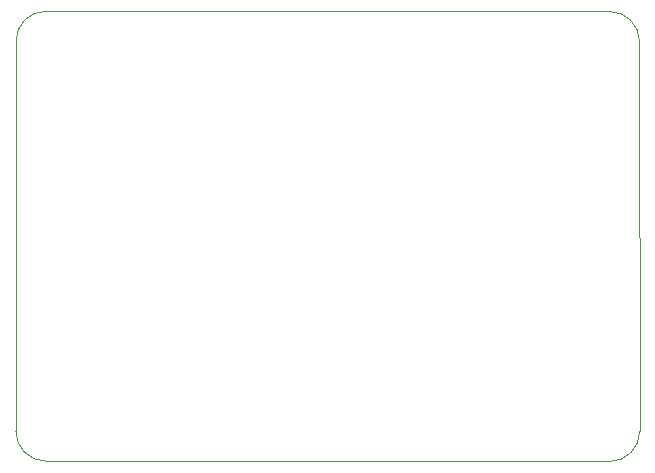
<source format=gm1>
G04 #@! TF.GenerationSoftware,KiCad,Pcbnew,8.0.2*
G04 #@! TF.CreationDate,2024-12-03T18:18:40-08:00*
G04 #@! TF.ProjectId,keypad-pcb,6b657970-6164-42d7-9063-622e6b696361,rev?*
G04 #@! TF.SameCoordinates,Original*
G04 #@! TF.FileFunction,Profile,NP*
%FSLAX46Y46*%
G04 Gerber Fmt 4.6, Leading zero omitted, Abs format (unit mm)*
G04 Created by KiCad (PCBNEW 8.0.2) date 2024-12-03 18:18:40*
%MOMM*%
%LPD*%
G01*
G04 APERTURE LIST*
G04 #@! TA.AperFunction,Profile*
%ADD10C,0.050000*%
G04 #@! TD*
G04 APERTURE END LIST*
D10*
X52857010Y-92339564D02*
X100592610Y-92355154D01*
X100554316Y-54253497D02*
X52862959Y-54230615D01*
X50322959Y-56770190D02*
G75*
G02*
X52862959Y-54230619I2539941J-370D01*
G01*
X50322959Y-56770190D02*
X50317010Y-89799564D01*
X100554316Y-54253497D02*
G75*
G02*
X103112367Y-56793397I18084J-2539903D01*
G01*
X103132510Y-89797138D02*
G75*
G02*
X100592610Y-92355174I-2539910J-18062D01*
G01*
X52857010Y-92339564D02*
G75*
G02*
X50317036Y-89799564I90J2540064D01*
G01*
X103112332Y-56793397D02*
X103132510Y-89797138D01*
M02*

</source>
